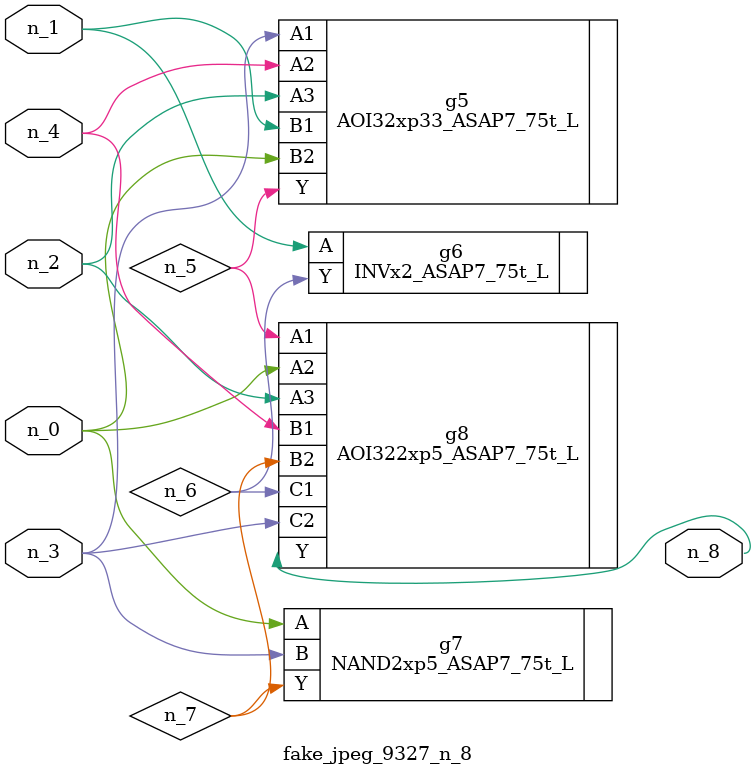
<source format=v>
module fake_jpeg_9327_n_8 (n_3, n_2, n_1, n_0, n_4, n_8);

input n_3;
input n_2;
input n_1;
input n_0;
input n_4;

output n_8;

wire n_6;
wire n_5;
wire n_7;

AOI32xp33_ASAP7_75t_L g5 ( 
.A1(n_3),
.A2(n_4),
.A3(n_2),
.B1(n_1),
.B2(n_0),
.Y(n_5)
);

INVx2_ASAP7_75t_L g6 ( 
.A(n_1),
.Y(n_6)
);

NAND2xp5_ASAP7_75t_L g7 ( 
.A(n_0),
.B(n_3),
.Y(n_7)
);

AOI322xp5_ASAP7_75t_L g8 ( 
.A1(n_5),
.A2(n_0),
.A3(n_2),
.B1(n_4),
.B2(n_7),
.C1(n_6),
.C2(n_3),
.Y(n_8)
);


endmodule
</source>
